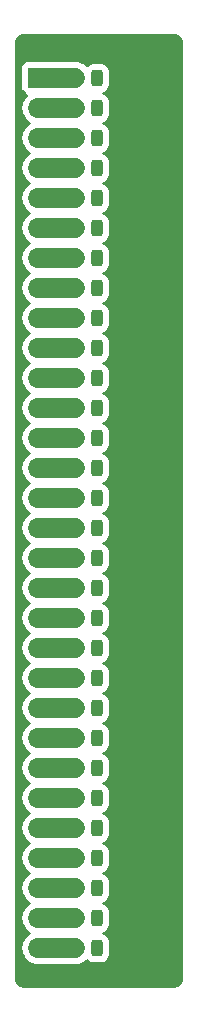
<source format=gtl>
G04 #@! TF.GenerationSoftware,KiCad,Pcbnew,7.0.6*
G04 #@! TF.CreationDate,2024-04-20T21:55:13+01:00*
G04 #@! TF.ProjectId,BreadboardIndicator,42726561-6462-46f6-9172-64496e646963,rev?*
G04 #@! TF.SameCoordinates,Original*
G04 #@! TF.FileFunction,Copper,L1,Top*
G04 #@! TF.FilePolarity,Positive*
%FSLAX46Y46*%
G04 Gerber Fmt 4.6, Leading zero omitted, Abs format (unit mm)*
G04 Created by KiCad (PCBNEW 7.0.6) date 2024-04-20 21:55:13*
%MOMM*%
%LPD*%
G01*
G04 APERTURE LIST*
G04 Aperture macros list*
%AMRoundRect*
0 Rectangle with rounded corners*
0 $1 Rounding radius*
0 $2 $3 $4 $5 $6 $7 $8 $9 X,Y pos of 4 corners*
0 Add a 4 corners polygon primitive as box body*
4,1,4,$2,$3,$4,$5,$6,$7,$8,$9,$2,$3,0*
0 Add four circle primitives for the rounded corners*
1,1,$1+$1,$2,$3*
1,1,$1+$1,$4,$5*
1,1,$1+$1,$6,$7*
1,1,$1+$1,$8,$9*
0 Add four rect primitives between the rounded corners*
20,1,$1+$1,$2,$3,$4,$5,0*
20,1,$1+$1,$4,$5,$6,$7,0*
20,1,$1+$1,$6,$7,$8,$9,0*
20,1,$1+$1,$8,$9,$2,$3,0*%
G04 Aperture macros list end*
G04 #@! TA.AperFunction,SMDPad,CuDef*
%ADD10RoundRect,0.243750X0.243750X0.456250X-0.243750X0.456250X-0.243750X-0.456250X0.243750X-0.456250X0*%
G04 #@! TD*
G04 #@! TA.AperFunction,ComponentPad*
%ADD11R,1.700000X1.700000*%
G04 #@! TD*
G04 #@! TA.AperFunction,ComponentPad*
%ADD12O,1.700000X1.700000*%
G04 #@! TD*
G04 #@! TA.AperFunction,ViaPad*
%ADD13C,0.500000*%
G04 #@! TD*
G04 #@! TA.AperFunction,Conductor*
%ADD14C,1.700000*%
G04 #@! TD*
G04 APERTURE END LIST*
D10*
X105000000Y-143660000D03*
X103125000Y-143660000D03*
X105000000Y-141120000D03*
X103125000Y-141120000D03*
X105000000Y-138580000D03*
X103125000Y-138580000D03*
X105000000Y-136040000D03*
X103125000Y-136040000D03*
X105000000Y-133500000D03*
X103125000Y-133500000D03*
X105000000Y-130960000D03*
X103125000Y-130960000D03*
X105000000Y-128420000D03*
X103125000Y-128420000D03*
X105000000Y-125880000D03*
X103125000Y-125880000D03*
X105000000Y-123340000D03*
X103125000Y-123340000D03*
X105000000Y-120800000D03*
X103125000Y-120800000D03*
X105000000Y-118260000D03*
X103125000Y-118260000D03*
X105000000Y-115720000D03*
X103125000Y-115720000D03*
X105000000Y-113180000D03*
X103125000Y-113180000D03*
X105000000Y-110640000D03*
X103125000Y-110640000D03*
X105000000Y-108100000D03*
X103125000Y-108100000D03*
X105000000Y-105560000D03*
X103125000Y-105560000D03*
X105000000Y-103020000D03*
X103125000Y-103020000D03*
X105000000Y-100480000D03*
X103125000Y-100480000D03*
X105000000Y-97940000D03*
X103125000Y-97940000D03*
X105000000Y-95400000D03*
X103125000Y-95400000D03*
X105000000Y-92860000D03*
X103125000Y-92860000D03*
X105000000Y-90320000D03*
X103125000Y-90320000D03*
X105000000Y-87780000D03*
X103125000Y-87780000D03*
X105000000Y-85240000D03*
X103125000Y-85240000D03*
X105000000Y-82700000D03*
X103125000Y-82700000D03*
X105000000Y-80160000D03*
X103125000Y-80160000D03*
X105000000Y-77620000D03*
X103125000Y-77620000D03*
X105000000Y-75080000D03*
X103125000Y-75080000D03*
X103125000Y-72540000D03*
X105000000Y-72540000D03*
X103125000Y-70000000D03*
X105000000Y-70000000D03*
D11*
X110160000Y-70000000D03*
D12*
X110160000Y-72540000D03*
X110160000Y-75080000D03*
X110160000Y-77620000D03*
X110160000Y-80160000D03*
X110160000Y-82700000D03*
X110160000Y-85240000D03*
X110160000Y-87780000D03*
X110160000Y-90320000D03*
X110160000Y-92860000D03*
X110160000Y-95400000D03*
X110160000Y-97940000D03*
X110160000Y-100480000D03*
X110160000Y-103020000D03*
X110160000Y-105560000D03*
X110160000Y-108100000D03*
X110160000Y-110640000D03*
X110160000Y-113180000D03*
X110160000Y-115720000D03*
X110160000Y-118260000D03*
X110160000Y-120800000D03*
X110160000Y-123340000D03*
X110160000Y-125880000D03*
X110160000Y-128420000D03*
X110160000Y-130960000D03*
X110160000Y-133500000D03*
X110160000Y-136040000D03*
X110160000Y-138580000D03*
X110160000Y-141120000D03*
X110160000Y-143660000D03*
D11*
X100000000Y-70000000D03*
D12*
X100000000Y-72540000D03*
X100000000Y-75080000D03*
X100000000Y-77620000D03*
X100000000Y-80160000D03*
X100000000Y-82700000D03*
X100000000Y-85240000D03*
X100000000Y-87780000D03*
X100000000Y-90320000D03*
X100000000Y-92860000D03*
X100000000Y-95400000D03*
X100000000Y-97940000D03*
X100000000Y-100480000D03*
X100000000Y-103020000D03*
X100000000Y-105560000D03*
X100000000Y-108100000D03*
X100000000Y-110640000D03*
X100000000Y-113180000D03*
X100000000Y-115720000D03*
X100000000Y-118260000D03*
X100000000Y-120800000D03*
X100000000Y-123340000D03*
X100000000Y-125880000D03*
X100000000Y-128420000D03*
X100000000Y-130960000D03*
X100000000Y-133500000D03*
X100000000Y-136040000D03*
X100000000Y-138580000D03*
X100000000Y-141120000D03*
X100000000Y-143660000D03*
D13*
X98708000Y-71280000D03*
X98708000Y-73820000D03*
X98708000Y-76360000D03*
X98708000Y-78900000D03*
X98708000Y-81440000D03*
X98708000Y-83980000D03*
X98708000Y-86520000D03*
X98708000Y-89060000D03*
X98708000Y-144940000D03*
X98708000Y-142400000D03*
X98708000Y-139860000D03*
X98708000Y-137320000D03*
X98708000Y-134780000D03*
X98708000Y-132240000D03*
X98708000Y-129700000D03*
X98708000Y-127160000D03*
X98708000Y-124620000D03*
X98708000Y-122080000D03*
X98708000Y-119540000D03*
X98708000Y-117000000D03*
X98708000Y-114460000D03*
X98708000Y-111920000D03*
X98708000Y-109380000D03*
X98708000Y-106840000D03*
X98708000Y-104300000D03*
X98708000Y-101760000D03*
X98708000Y-99220000D03*
X98708000Y-96680000D03*
X98708000Y-91600000D03*
X98708000Y-94140000D03*
X107950000Y-144940000D03*
X107950000Y-142400000D03*
X107950000Y-139860000D03*
X107950000Y-137320000D03*
X107950000Y-134780000D03*
X107950000Y-132240000D03*
X107950000Y-129700000D03*
X107950000Y-127160000D03*
X107950000Y-124620000D03*
X107950000Y-122080000D03*
X107950000Y-119540000D03*
X107950000Y-117000000D03*
X107950000Y-114460000D03*
X107950000Y-111920000D03*
X107950000Y-109380000D03*
X107950000Y-106840000D03*
X107950000Y-104300000D03*
X107950000Y-101760000D03*
X107950000Y-99220000D03*
X107950000Y-96680000D03*
X107950000Y-94140000D03*
X107950000Y-91600000D03*
X107950000Y-89060000D03*
X107950000Y-86520000D03*
X107950000Y-83980000D03*
X107950000Y-81440000D03*
X107950000Y-78900000D03*
X107950000Y-76360000D03*
X107950000Y-73820000D03*
X107950000Y-71280000D03*
X111000000Y-68000000D03*
X110000000Y-68000000D03*
X109000000Y-68000000D03*
X108000000Y-68000000D03*
X107000000Y-68000000D03*
X106000000Y-68000000D03*
X105000000Y-68000000D03*
X104000000Y-68000000D03*
X103000000Y-68000000D03*
X102000000Y-68000000D03*
X101000000Y-68000000D03*
X100000000Y-68000000D03*
X99000000Y-68000000D03*
X111000000Y-146000000D03*
X110000000Y-146000000D03*
X109000000Y-146000000D03*
X108000000Y-146000000D03*
X107000000Y-146000000D03*
X106000000Y-146000000D03*
X105000000Y-146000000D03*
X104000000Y-146000000D03*
X103000000Y-146000000D03*
X102000000Y-146000000D03*
X101000000Y-146000000D03*
X100000000Y-146000000D03*
X99000000Y-146000000D03*
X105000000Y-143660000D03*
X105000000Y-141120000D03*
X105000000Y-138580000D03*
X105000000Y-136040000D03*
X105000000Y-133500000D03*
X105000000Y-130960000D03*
X105000000Y-128420000D03*
X105000000Y-125880000D03*
X105000000Y-123340000D03*
X105000000Y-120800000D03*
X105000000Y-118260000D03*
X105000000Y-115720000D03*
X105000000Y-113180000D03*
X105000000Y-110640000D03*
X105000000Y-108100000D03*
X105000000Y-105560000D03*
X105000000Y-103020000D03*
X105000000Y-100480000D03*
X105000000Y-97940000D03*
X105000000Y-95400000D03*
X105000000Y-92860000D03*
X105000000Y-90320000D03*
X105000000Y-87780000D03*
X105000000Y-85240000D03*
X105000000Y-82700000D03*
X105000000Y-80160000D03*
X105000000Y-77620000D03*
X105000000Y-75080000D03*
X105000000Y-72540000D03*
X105000000Y-70000000D03*
D14*
X100000000Y-143660000D02*
X103125000Y-143660000D01*
X103125000Y-141120000D02*
X100000000Y-141120000D01*
X100000000Y-138580000D02*
X103125000Y-138580000D01*
X103125000Y-136040000D02*
X100000000Y-136040000D01*
X100000000Y-133500000D02*
X103125000Y-133500000D01*
X100000000Y-130960000D02*
X103125000Y-130960000D01*
X100000000Y-128420000D02*
X103125000Y-128420000D01*
X103125000Y-125880000D02*
X100000000Y-125880000D01*
X100000000Y-123340000D02*
X103125000Y-123340000D01*
X103125000Y-120800000D02*
X100000000Y-120800000D01*
X100000000Y-118260000D02*
X103125000Y-118260000D01*
X103125000Y-115720000D02*
X100000000Y-115720000D01*
X100000000Y-113180000D02*
X103125000Y-113180000D01*
X100000000Y-110640000D02*
X103125000Y-110640000D01*
X100000000Y-108100000D02*
X103125000Y-108100000D01*
X103125000Y-105560000D02*
X100000000Y-105560000D01*
X100000000Y-103020000D02*
X103125000Y-103020000D01*
X103125000Y-100480000D02*
X100000000Y-100480000D01*
X100000000Y-97940000D02*
X103125000Y-97940000D01*
X103125000Y-95400000D02*
X100000000Y-95400000D01*
X100000000Y-92860000D02*
X103125000Y-92860000D01*
X100000000Y-90320000D02*
X103125000Y-90320000D01*
X100000000Y-87780000D02*
X103125000Y-87780000D01*
X103125000Y-85240000D02*
X100000000Y-85240000D01*
X100000000Y-82700000D02*
X103125000Y-82700000D01*
X100000000Y-80160000D02*
X103125000Y-80160000D01*
X100000000Y-77620000D02*
X103125000Y-77620000D01*
X100000000Y-75080000D02*
X103125000Y-75080000D01*
X100000000Y-72540000D02*
X103125000Y-72540000D01*
X100000000Y-70000000D02*
X103125000Y-70000000D01*
G04 #@! TA.AperFunction,Conductor*
G36*
X111503034Y-66250799D02*
G01*
X111507647Y-66251253D01*
X111535271Y-66253973D01*
X111643209Y-66266135D01*
X111665317Y-66270694D01*
X111717732Y-66286594D01*
X111795211Y-66313705D01*
X111812696Y-66321383D01*
X111865141Y-66349415D01*
X111868892Y-66351593D01*
X111937151Y-66394483D01*
X111943503Y-66399057D01*
X111994371Y-66440802D01*
X111998872Y-66444881D01*
X112055116Y-66501125D01*
X112059196Y-66505627D01*
X112100941Y-66556495D01*
X112105515Y-66562847D01*
X112148405Y-66631106D01*
X112150588Y-66634866D01*
X112178614Y-66687299D01*
X112186297Y-66704797D01*
X112206464Y-66762428D01*
X112213405Y-66782266D01*
X112213406Y-66782267D01*
X112229304Y-66834682D01*
X112233863Y-66856791D01*
X112246028Y-66964748D01*
X112249201Y-66996967D01*
X112249500Y-67003049D01*
X112249500Y-146246950D01*
X112249201Y-146253032D01*
X112246028Y-146285251D01*
X112233863Y-146393207D01*
X112229305Y-146415315D01*
X112213406Y-146467732D01*
X112186297Y-146545201D01*
X112178614Y-146562699D01*
X112150588Y-146615132D01*
X112148405Y-146618892D01*
X112105515Y-146687151D01*
X112100941Y-146693503D01*
X112059196Y-146744371D01*
X112055107Y-146748883D01*
X111998883Y-146805107D01*
X111994371Y-146809196D01*
X111943503Y-146850941D01*
X111937151Y-146855515D01*
X111868892Y-146898405D01*
X111865132Y-146900588D01*
X111812699Y-146928614D01*
X111795201Y-146936297D01*
X111717732Y-146963406D01*
X111665315Y-146979305D01*
X111643207Y-146983863D01*
X111535252Y-146996028D01*
X111503033Y-146999201D01*
X111496951Y-146999500D01*
X98753049Y-146999500D01*
X98746967Y-146999201D01*
X98714748Y-146996028D01*
X98606791Y-146983863D01*
X98584682Y-146979304D01*
X98532273Y-146963407D01*
X98512428Y-146956464D01*
X98454797Y-146936297D01*
X98437299Y-146928614D01*
X98384866Y-146900588D01*
X98381106Y-146898405D01*
X98312847Y-146855515D01*
X98306495Y-146850941D01*
X98255627Y-146809196D01*
X98251125Y-146805116D01*
X98194881Y-146748872D01*
X98190802Y-146744371D01*
X98177708Y-146728416D01*
X98149057Y-146693503D01*
X98144483Y-146687151D01*
X98101593Y-146618892D01*
X98099410Y-146615132D01*
X98071384Y-146562699D01*
X98063705Y-146545211D01*
X98036594Y-146467732D01*
X98020694Y-146415317D01*
X98016135Y-146393206D01*
X98003972Y-146285251D01*
X98000799Y-146253032D01*
X98000500Y-146246955D01*
X98000500Y-143660000D01*
X98644341Y-143660000D01*
X98664936Y-143895403D01*
X98664938Y-143895413D01*
X98726094Y-144123655D01*
X98726096Y-144123659D01*
X98726097Y-144123663D01*
X98745772Y-144165855D01*
X98825965Y-144337830D01*
X98825967Y-144337834D01*
X98892549Y-144432922D01*
X98961505Y-144531401D01*
X99128599Y-144698495D01*
X99225384Y-144766265D01*
X99322165Y-144834032D01*
X99322167Y-144834033D01*
X99322170Y-144834035D01*
X99536337Y-144933903D01*
X99764592Y-144995063D01*
X99941034Y-145010500D01*
X99999999Y-145015659D01*
X100000000Y-145015659D01*
X100000001Y-145015659D01*
X100021786Y-145013752D01*
X100056270Y-145010735D01*
X100061673Y-145010500D01*
X103183966Y-145010500D01*
X103360408Y-144995063D01*
X103588663Y-144933903D01*
X103802829Y-144834035D01*
X103996401Y-144698495D01*
X104053504Y-144641391D01*
X104114824Y-144607908D01*
X104184516Y-144612892D01*
X104228864Y-144641393D01*
X104291496Y-144704025D01*
X104291500Y-144704028D01*
X104439566Y-144795357D01*
X104439569Y-144795358D01*
X104439575Y-144795362D01*
X104604725Y-144850087D01*
X104706652Y-144860500D01*
X104706657Y-144860500D01*
X105293343Y-144860500D01*
X105293348Y-144860500D01*
X105395275Y-144850087D01*
X105560425Y-144795362D01*
X105708503Y-144704026D01*
X105831526Y-144581003D01*
X105922862Y-144432925D01*
X105977587Y-144267775D01*
X105988000Y-144165848D01*
X105988000Y-143154152D01*
X105977587Y-143052225D01*
X105922862Y-142887075D01*
X105922858Y-142887069D01*
X105922857Y-142887066D01*
X105831528Y-142739000D01*
X105831525Y-142738996D01*
X105708503Y-142615974D01*
X105708499Y-142615971D01*
X105560433Y-142524642D01*
X105560427Y-142524639D01*
X105560425Y-142524638D01*
X105509324Y-142507705D01*
X105451881Y-142467934D01*
X105425058Y-142403418D01*
X105437373Y-142334642D01*
X105484916Y-142283442D01*
X105509322Y-142272295D01*
X105560425Y-142255362D01*
X105708503Y-142164026D01*
X105831526Y-142041003D01*
X105922862Y-141892925D01*
X105977587Y-141727775D01*
X105988000Y-141625848D01*
X105988000Y-140614152D01*
X105977587Y-140512225D01*
X105922862Y-140347075D01*
X105922858Y-140347069D01*
X105922857Y-140347066D01*
X105831528Y-140199000D01*
X105831525Y-140198996D01*
X105708503Y-140075974D01*
X105708499Y-140075971D01*
X105560433Y-139984642D01*
X105560427Y-139984639D01*
X105560425Y-139984638D01*
X105509324Y-139967705D01*
X105451881Y-139927934D01*
X105425058Y-139863418D01*
X105437373Y-139794642D01*
X105484916Y-139743442D01*
X105509322Y-139732295D01*
X105560425Y-139715362D01*
X105708503Y-139624026D01*
X105831526Y-139501003D01*
X105922862Y-139352925D01*
X105977587Y-139187775D01*
X105988000Y-139085848D01*
X105988000Y-138074152D01*
X105977587Y-137972225D01*
X105922862Y-137807075D01*
X105922858Y-137807069D01*
X105922857Y-137807066D01*
X105831528Y-137659000D01*
X105831525Y-137658996D01*
X105708503Y-137535974D01*
X105708499Y-137535971D01*
X105560433Y-137444642D01*
X105560427Y-137444639D01*
X105560425Y-137444638D01*
X105509324Y-137427705D01*
X105451881Y-137387934D01*
X105425058Y-137323418D01*
X105437373Y-137254642D01*
X105484916Y-137203442D01*
X105509322Y-137192295D01*
X105560425Y-137175362D01*
X105708503Y-137084026D01*
X105831526Y-136961003D01*
X105922862Y-136812925D01*
X105977587Y-136647775D01*
X105988000Y-136545848D01*
X105988000Y-135534152D01*
X105977587Y-135432225D01*
X105922862Y-135267075D01*
X105922858Y-135267069D01*
X105922857Y-135267066D01*
X105831528Y-135119000D01*
X105831525Y-135118996D01*
X105708503Y-134995974D01*
X105708499Y-134995971D01*
X105560433Y-134904642D01*
X105560427Y-134904639D01*
X105560425Y-134904638D01*
X105509324Y-134887705D01*
X105451881Y-134847934D01*
X105425058Y-134783418D01*
X105437373Y-134714642D01*
X105484916Y-134663442D01*
X105509322Y-134652295D01*
X105560425Y-134635362D01*
X105708503Y-134544026D01*
X105831526Y-134421003D01*
X105922862Y-134272925D01*
X105977587Y-134107775D01*
X105988000Y-134005848D01*
X105988000Y-132994152D01*
X105977587Y-132892225D01*
X105922862Y-132727075D01*
X105922858Y-132727069D01*
X105922857Y-132727066D01*
X105831528Y-132579000D01*
X105831525Y-132578996D01*
X105708503Y-132455974D01*
X105708499Y-132455971D01*
X105560433Y-132364642D01*
X105560427Y-132364639D01*
X105560425Y-132364638D01*
X105509324Y-132347705D01*
X105451881Y-132307934D01*
X105425058Y-132243418D01*
X105437373Y-132174642D01*
X105484916Y-132123442D01*
X105509322Y-132112295D01*
X105560425Y-132095362D01*
X105708503Y-132004026D01*
X105831526Y-131881003D01*
X105922862Y-131732925D01*
X105977587Y-131567775D01*
X105988000Y-131465848D01*
X105988000Y-130454152D01*
X105977587Y-130352225D01*
X105922862Y-130187075D01*
X105922858Y-130187069D01*
X105922857Y-130187066D01*
X105831528Y-130039000D01*
X105831525Y-130038996D01*
X105708503Y-129915974D01*
X105708499Y-129915971D01*
X105560433Y-129824642D01*
X105560427Y-129824639D01*
X105560425Y-129824638D01*
X105509324Y-129807705D01*
X105451881Y-129767934D01*
X105425058Y-129703418D01*
X105437373Y-129634642D01*
X105484916Y-129583442D01*
X105509322Y-129572295D01*
X105560425Y-129555362D01*
X105708503Y-129464026D01*
X105831526Y-129341003D01*
X105922862Y-129192925D01*
X105977587Y-129027775D01*
X105988000Y-128925848D01*
X105988000Y-127914152D01*
X105977587Y-127812225D01*
X105922862Y-127647075D01*
X105922858Y-127647069D01*
X105922857Y-127647066D01*
X105831528Y-127499000D01*
X105831525Y-127498996D01*
X105708503Y-127375974D01*
X105708499Y-127375971D01*
X105560433Y-127284642D01*
X105560427Y-127284639D01*
X105560425Y-127284638D01*
X105509324Y-127267705D01*
X105451881Y-127227934D01*
X105425058Y-127163418D01*
X105437373Y-127094642D01*
X105484916Y-127043442D01*
X105509322Y-127032295D01*
X105560425Y-127015362D01*
X105708503Y-126924026D01*
X105831526Y-126801003D01*
X105922862Y-126652925D01*
X105977587Y-126487775D01*
X105988000Y-126385848D01*
X105988000Y-125374152D01*
X105977587Y-125272225D01*
X105922862Y-125107075D01*
X105922858Y-125107069D01*
X105922857Y-125107066D01*
X105831528Y-124959000D01*
X105831525Y-124958996D01*
X105708503Y-124835974D01*
X105708499Y-124835971D01*
X105560433Y-124744642D01*
X105560427Y-124744639D01*
X105560425Y-124744638D01*
X105509324Y-124727705D01*
X105451881Y-124687934D01*
X105425058Y-124623418D01*
X105437373Y-124554642D01*
X105484916Y-124503442D01*
X105509322Y-124492295D01*
X105560425Y-124475362D01*
X105708503Y-124384026D01*
X105831526Y-124261003D01*
X105922862Y-124112925D01*
X105977587Y-123947775D01*
X105988000Y-123845848D01*
X105988000Y-122834152D01*
X105977587Y-122732225D01*
X105922862Y-122567075D01*
X105922858Y-122567069D01*
X105922857Y-122567066D01*
X105831528Y-122419000D01*
X105831525Y-122418996D01*
X105708503Y-122295974D01*
X105708499Y-122295971D01*
X105560433Y-122204642D01*
X105560427Y-122204639D01*
X105560425Y-122204638D01*
X105509324Y-122187705D01*
X105451881Y-122147934D01*
X105425058Y-122083418D01*
X105437373Y-122014642D01*
X105484916Y-121963442D01*
X105509322Y-121952295D01*
X105560425Y-121935362D01*
X105708503Y-121844026D01*
X105831526Y-121721003D01*
X105922862Y-121572925D01*
X105977587Y-121407775D01*
X105988000Y-121305848D01*
X105988000Y-120294152D01*
X105977587Y-120192225D01*
X105922862Y-120027075D01*
X105922858Y-120027069D01*
X105922857Y-120027066D01*
X105831528Y-119879000D01*
X105831525Y-119878996D01*
X105708503Y-119755974D01*
X105708499Y-119755971D01*
X105560433Y-119664642D01*
X105560427Y-119664639D01*
X105560425Y-119664638D01*
X105509324Y-119647705D01*
X105451881Y-119607934D01*
X105425058Y-119543418D01*
X105437373Y-119474642D01*
X105484916Y-119423442D01*
X105509322Y-119412295D01*
X105560425Y-119395362D01*
X105708503Y-119304026D01*
X105831526Y-119181003D01*
X105922862Y-119032925D01*
X105977587Y-118867775D01*
X105988000Y-118765848D01*
X105988000Y-117754152D01*
X105977587Y-117652225D01*
X105922862Y-117487075D01*
X105922858Y-117487069D01*
X105922857Y-117487066D01*
X105831528Y-117339000D01*
X105831525Y-117338996D01*
X105708503Y-117215974D01*
X105708499Y-117215971D01*
X105560433Y-117124642D01*
X105560427Y-117124639D01*
X105560425Y-117124638D01*
X105509324Y-117107705D01*
X105451881Y-117067934D01*
X105425058Y-117003418D01*
X105437373Y-116934642D01*
X105484916Y-116883442D01*
X105509322Y-116872295D01*
X105560425Y-116855362D01*
X105708503Y-116764026D01*
X105831526Y-116641003D01*
X105922862Y-116492925D01*
X105977587Y-116327775D01*
X105988000Y-116225848D01*
X105988000Y-115214152D01*
X105977587Y-115112225D01*
X105922862Y-114947075D01*
X105922858Y-114947069D01*
X105922857Y-114947066D01*
X105831528Y-114799000D01*
X105831525Y-114798996D01*
X105708503Y-114675974D01*
X105708499Y-114675971D01*
X105560433Y-114584642D01*
X105560427Y-114584639D01*
X105560425Y-114584638D01*
X105509324Y-114567705D01*
X105451881Y-114527934D01*
X105425058Y-114463418D01*
X105437373Y-114394642D01*
X105484916Y-114343442D01*
X105509322Y-114332295D01*
X105560425Y-114315362D01*
X105708503Y-114224026D01*
X105831526Y-114101003D01*
X105922862Y-113952925D01*
X105977587Y-113787775D01*
X105988000Y-113685848D01*
X105988000Y-112674152D01*
X105977587Y-112572225D01*
X105922862Y-112407075D01*
X105922858Y-112407069D01*
X105922857Y-112407066D01*
X105831528Y-112259000D01*
X105831525Y-112258996D01*
X105708503Y-112135974D01*
X105708499Y-112135971D01*
X105560433Y-112044642D01*
X105560427Y-112044639D01*
X105560425Y-112044638D01*
X105509324Y-112027705D01*
X105451881Y-111987934D01*
X105425058Y-111923418D01*
X105437373Y-111854642D01*
X105484916Y-111803442D01*
X105509322Y-111792295D01*
X105560425Y-111775362D01*
X105708503Y-111684026D01*
X105831526Y-111561003D01*
X105922862Y-111412925D01*
X105977587Y-111247775D01*
X105988000Y-111145848D01*
X105988000Y-110134152D01*
X105977587Y-110032225D01*
X105922862Y-109867075D01*
X105922858Y-109867069D01*
X105922857Y-109867066D01*
X105831528Y-109719000D01*
X105831525Y-109718996D01*
X105708503Y-109595974D01*
X105708499Y-109595971D01*
X105560433Y-109504642D01*
X105560427Y-109504639D01*
X105560425Y-109504638D01*
X105509324Y-109487705D01*
X105451881Y-109447934D01*
X105425058Y-109383418D01*
X105437373Y-109314642D01*
X105484916Y-109263442D01*
X105509322Y-109252295D01*
X105560425Y-109235362D01*
X105708503Y-109144026D01*
X105831526Y-109021003D01*
X105922862Y-108872925D01*
X105977587Y-108707775D01*
X105988000Y-108605848D01*
X105988000Y-107594152D01*
X105977587Y-107492225D01*
X105922862Y-107327075D01*
X105922858Y-107327069D01*
X105922857Y-107327066D01*
X105831528Y-107179000D01*
X105831525Y-107178996D01*
X105708503Y-107055974D01*
X105708499Y-107055971D01*
X105560433Y-106964642D01*
X105560427Y-106964639D01*
X105560425Y-106964638D01*
X105509324Y-106947705D01*
X105451881Y-106907934D01*
X105425058Y-106843418D01*
X105437373Y-106774642D01*
X105484916Y-106723442D01*
X105509322Y-106712295D01*
X105560425Y-106695362D01*
X105708503Y-106604026D01*
X105831526Y-106481003D01*
X105922862Y-106332925D01*
X105977587Y-106167775D01*
X105988000Y-106065848D01*
X105988000Y-105054152D01*
X105977587Y-104952225D01*
X105922862Y-104787075D01*
X105922858Y-104787069D01*
X105922857Y-104787066D01*
X105831528Y-104639000D01*
X105831525Y-104638996D01*
X105708503Y-104515974D01*
X105708499Y-104515971D01*
X105560433Y-104424642D01*
X105560427Y-104424639D01*
X105560425Y-104424638D01*
X105509324Y-104407705D01*
X105451881Y-104367934D01*
X105425058Y-104303418D01*
X105437373Y-104234642D01*
X105484916Y-104183442D01*
X105509322Y-104172295D01*
X105560425Y-104155362D01*
X105708503Y-104064026D01*
X105831526Y-103941003D01*
X105922862Y-103792925D01*
X105977587Y-103627775D01*
X105988000Y-103525848D01*
X105988000Y-102514152D01*
X105977587Y-102412225D01*
X105922862Y-102247075D01*
X105922858Y-102247069D01*
X105922857Y-102247066D01*
X105831528Y-102099000D01*
X105831525Y-102098996D01*
X105708503Y-101975974D01*
X105708499Y-101975971D01*
X105560433Y-101884642D01*
X105560427Y-101884639D01*
X105560425Y-101884638D01*
X105509324Y-101867705D01*
X105451881Y-101827934D01*
X105425058Y-101763418D01*
X105437373Y-101694642D01*
X105484916Y-101643442D01*
X105509322Y-101632295D01*
X105560425Y-101615362D01*
X105708503Y-101524026D01*
X105831526Y-101401003D01*
X105922862Y-101252925D01*
X105977587Y-101087775D01*
X105988000Y-100985848D01*
X105988000Y-99974152D01*
X105977587Y-99872225D01*
X105922862Y-99707075D01*
X105922858Y-99707069D01*
X105922857Y-99707066D01*
X105831528Y-99559000D01*
X105831525Y-99558996D01*
X105708503Y-99435974D01*
X105708499Y-99435971D01*
X105560433Y-99344642D01*
X105560427Y-99344639D01*
X105560425Y-99344638D01*
X105509324Y-99327705D01*
X105451881Y-99287934D01*
X105425058Y-99223418D01*
X105437373Y-99154642D01*
X105484916Y-99103442D01*
X105509322Y-99092295D01*
X105560425Y-99075362D01*
X105708503Y-98984026D01*
X105831526Y-98861003D01*
X105922862Y-98712925D01*
X105977587Y-98547775D01*
X105988000Y-98445848D01*
X105988000Y-97434152D01*
X105977587Y-97332225D01*
X105922862Y-97167075D01*
X105922858Y-97167069D01*
X105922857Y-97167066D01*
X105831528Y-97019000D01*
X105831525Y-97018996D01*
X105708503Y-96895974D01*
X105708499Y-96895971D01*
X105560433Y-96804642D01*
X105560427Y-96804639D01*
X105560425Y-96804638D01*
X105509324Y-96787705D01*
X105451881Y-96747934D01*
X105425058Y-96683418D01*
X105437373Y-96614642D01*
X105484916Y-96563442D01*
X105509322Y-96552295D01*
X105560425Y-96535362D01*
X105708503Y-96444026D01*
X105831526Y-96321003D01*
X105922862Y-96172925D01*
X105977587Y-96007775D01*
X105988000Y-95905848D01*
X105988000Y-94894152D01*
X105977587Y-94792225D01*
X105922862Y-94627075D01*
X105922858Y-94627069D01*
X105922857Y-94627066D01*
X105831528Y-94479000D01*
X105831525Y-94478996D01*
X105708503Y-94355974D01*
X105708499Y-94355971D01*
X105560433Y-94264642D01*
X105560427Y-94264639D01*
X105560425Y-94264638D01*
X105509324Y-94247705D01*
X105451881Y-94207934D01*
X105425058Y-94143418D01*
X105437373Y-94074642D01*
X105484916Y-94023442D01*
X105509322Y-94012295D01*
X105560425Y-93995362D01*
X105708503Y-93904026D01*
X105831526Y-93781003D01*
X105922862Y-93632925D01*
X105977587Y-93467775D01*
X105988000Y-93365848D01*
X105988000Y-92354152D01*
X105977587Y-92252225D01*
X105922862Y-92087075D01*
X105922858Y-92087069D01*
X105922857Y-92087066D01*
X105831528Y-91939000D01*
X105831525Y-91938996D01*
X105708503Y-91815974D01*
X105708499Y-91815971D01*
X105560433Y-91724642D01*
X105560427Y-91724639D01*
X105560425Y-91724638D01*
X105509324Y-91707705D01*
X105451881Y-91667934D01*
X105425058Y-91603418D01*
X105437373Y-91534642D01*
X105484916Y-91483442D01*
X105509322Y-91472295D01*
X105560425Y-91455362D01*
X105708503Y-91364026D01*
X105831526Y-91241003D01*
X105922862Y-91092925D01*
X105977587Y-90927775D01*
X105988000Y-90825848D01*
X105988000Y-89814152D01*
X105977587Y-89712225D01*
X105922862Y-89547075D01*
X105922858Y-89547069D01*
X105922857Y-89547066D01*
X105831528Y-89399000D01*
X105831525Y-89398996D01*
X105708503Y-89275974D01*
X105708499Y-89275971D01*
X105560433Y-89184642D01*
X105560427Y-89184639D01*
X105560425Y-89184638D01*
X105509324Y-89167705D01*
X105451881Y-89127934D01*
X105425058Y-89063418D01*
X105437373Y-88994642D01*
X105484916Y-88943442D01*
X105509322Y-88932295D01*
X105560425Y-88915362D01*
X105708503Y-88824026D01*
X105831526Y-88701003D01*
X105922862Y-88552925D01*
X105977587Y-88387775D01*
X105988000Y-88285848D01*
X105988000Y-87274152D01*
X105977587Y-87172225D01*
X105922862Y-87007075D01*
X105922858Y-87007069D01*
X105922857Y-87007066D01*
X105831528Y-86859000D01*
X105831525Y-86858996D01*
X105708503Y-86735974D01*
X105708499Y-86735971D01*
X105560433Y-86644642D01*
X105560427Y-86644639D01*
X105560425Y-86644638D01*
X105509324Y-86627705D01*
X105451881Y-86587934D01*
X105425058Y-86523418D01*
X105437373Y-86454642D01*
X105484916Y-86403442D01*
X105509322Y-86392295D01*
X105560425Y-86375362D01*
X105708503Y-86284026D01*
X105831526Y-86161003D01*
X105922862Y-86012925D01*
X105977587Y-85847775D01*
X105988000Y-85745848D01*
X105988000Y-84734152D01*
X105977587Y-84632225D01*
X105922862Y-84467075D01*
X105922858Y-84467069D01*
X105922857Y-84467066D01*
X105831528Y-84319000D01*
X105831525Y-84318996D01*
X105708503Y-84195974D01*
X105708499Y-84195971D01*
X105560433Y-84104642D01*
X105560427Y-84104639D01*
X105560425Y-84104638D01*
X105509324Y-84087705D01*
X105451881Y-84047934D01*
X105425058Y-83983418D01*
X105437373Y-83914642D01*
X105484916Y-83863442D01*
X105509322Y-83852295D01*
X105560425Y-83835362D01*
X105708503Y-83744026D01*
X105831526Y-83621003D01*
X105922862Y-83472925D01*
X105977587Y-83307775D01*
X105988000Y-83205848D01*
X105988000Y-82194152D01*
X105977587Y-82092225D01*
X105922862Y-81927075D01*
X105922858Y-81927069D01*
X105922857Y-81927066D01*
X105831528Y-81779000D01*
X105831525Y-81778996D01*
X105708503Y-81655974D01*
X105708499Y-81655971D01*
X105560433Y-81564642D01*
X105560427Y-81564639D01*
X105560425Y-81564638D01*
X105509324Y-81547705D01*
X105451881Y-81507934D01*
X105425058Y-81443418D01*
X105437373Y-81374642D01*
X105484916Y-81323442D01*
X105509322Y-81312295D01*
X105560425Y-81295362D01*
X105708503Y-81204026D01*
X105831526Y-81081003D01*
X105922862Y-80932925D01*
X105977587Y-80767775D01*
X105988000Y-80665848D01*
X105988000Y-79654152D01*
X105977587Y-79552225D01*
X105922862Y-79387075D01*
X105922858Y-79387069D01*
X105922857Y-79387066D01*
X105831528Y-79239000D01*
X105831525Y-79238996D01*
X105708503Y-79115974D01*
X105708499Y-79115971D01*
X105560433Y-79024642D01*
X105560427Y-79024639D01*
X105560425Y-79024638D01*
X105509324Y-79007705D01*
X105451881Y-78967934D01*
X105425058Y-78903418D01*
X105437373Y-78834642D01*
X105484916Y-78783442D01*
X105509322Y-78772295D01*
X105560425Y-78755362D01*
X105708503Y-78664026D01*
X105831526Y-78541003D01*
X105922862Y-78392925D01*
X105977587Y-78227775D01*
X105988000Y-78125848D01*
X105988000Y-77114152D01*
X105977587Y-77012225D01*
X105922862Y-76847075D01*
X105922858Y-76847069D01*
X105922857Y-76847066D01*
X105831528Y-76699000D01*
X105831525Y-76698996D01*
X105708503Y-76575974D01*
X105708499Y-76575971D01*
X105560433Y-76484642D01*
X105560427Y-76484639D01*
X105560425Y-76484638D01*
X105509324Y-76467705D01*
X105451881Y-76427934D01*
X105425058Y-76363418D01*
X105437373Y-76294642D01*
X105484916Y-76243442D01*
X105509322Y-76232295D01*
X105560425Y-76215362D01*
X105708503Y-76124026D01*
X105831526Y-76001003D01*
X105922862Y-75852925D01*
X105977587Y-75687775D01*
X105988000Y-75585848D01*
X105988000Y-74574152D01*
X105977587Y-74472225D01*
X105922862Y-74307075D01*
X105922858Y-74307069D01*
X105922857Y-74307066D01*
X105831528Y-74159000D01*
X105831525Y-74158996D01*
X105708503Y-74035974D01*
X105708499Y-74035971D01*
X105560433Y-73944642D01*
X105560427Y-73944639D01*
X105560425Y-73944638D01*
X105509324Y-73927705D01*
X105451881Y-73887934D01*
X105425058Y-73823418D01*
X105437373Y-73754642D01*
X105484916Y-73703442D01*
X105509322Y-73692295D01*
X105560425Y-73675362D01*
X105708503Y-73584026D01*
X105831526Y-73461003D01*
X105922862Y-73312925D01*
X105977587Y-73147775D01*
X105988000Y-73045848D01*
X105988000Y-72034152D01*
X105977587Y-71932225D01*
X105922862Y-71767075D01*
X105922858Y-71767069D01*
X105922857Y-71767066D01*
X105831528Y-71619000D01*
X105831525Y-71618996D01*
X105708503Y-71495974D01*
X105708499Y-71495971D01*
X105560433Y-71404642D01*
X105560427Y-71404639D01*
X105560425Y-71404638D01*
X105509324Y-71387705D01*
X105451881Y-71347934D01*
X105425058Y-71283418D01*
X105437373Y-71214642D01*
X105484916Y-71163442D01*
X105509322Y-71152295D01*
X105560425Y-71135362D01*
X105708503Y-71044026D01*
X105831526Y-70921003D01*
X105922862Y-70772925D01*
X105977587Y-70607775D01*
X105988000Y-70505848D01*
X105988000Y-69494152D01*
X105977587Y-69392225D01*
X105922862Y-69227075D01*
X105922858Y-69227069D01*
X105922857Y-69227066D01*
X105831528Y-69079000D01*
X105831525Y-69078996D01*
X105708503Y-68955974D01*
X105708499Y-68955971D01*
X105560433Y-68864642D01*
X105560427Y-68864639D01*
X105560425Y-68864638D01*
X105560422Y-68864637D01*
X105395276Y-68809913D01*
X105293355Y-68799500D01*
X105293348Y-68799500D01*
X104706652Y-68799500D01*
X104706644Y-68799500D01*
X104604723Y-68809913D01*
X104439577Y-68864637D01*
X104439566Y-68864642D01*
X104291500Y-68955971D01*
X104228863Y-69018607D01*
X104167539Y-69052091D01*
X104097848Y-69047105D01*
X104053502Y-69018605D01*
X103996402Y-68961505D01*
X103802830Y-68825965D01*
X103802828Y-68825964D01*
X103695746Y-68776030D01*
X103588663Y-68726097D01*
X103588659Y-68726096D01*
X103588655Y-68726094D01*
X103360413Y-68664938D01*
X103360403Y-68664936D01*
X103183966Y-68649500D01*
X99941034Y-68649500D01*
X99941027Y-68649500D01*
X99102129Y-68649500D01*
X99102123Y-68649501D01*
X99042516Y-68655908D01*
X98907671Y-68706202D01*
X98907664Y-68706206D01*
X98792455Y-68792452D01*
X98792452Y-68792455D01*
X98706206Y-68907664D01*
X98706202Y-68907671D01*
X98655908Y-69042517D01*
X98649501Y-69102116D01*
X98649500Y-69102135D01*
X98649500Y-69938322D01*
X98649264Y-69943728D01*
X98644341Y-69999998D01*
X98644341Y-70000001D01*
X98649264Y-70056271D01*
X98649500Y-70061677D01*
X98649500Y-70897870D01*
X98649501Y-70897876D01*
X98655908Y-70957483D01*
X98706202Y-71092328D01*
X98706206Y-71092335D01*
X98792452Y-71207544D01*
X98792455Y-71207547D01*
X98907664Y-71293793D01*
X98907671Y-71293797D01*
X99039082Y-71342810D01*
X99095016Y-71384681D01*
X99119433Y-71450145D01*
X99104582Y-71518418D01*
X99083431Y-71546673D01*
X98961501Y-71668603D01*
X98961501Y-71668604D01*
X98825967Y-71862165D01*
X98825965Y-71862169D01*
X98793298Y-71932225D01*
X98726098Y-72076335D01*
X98726094Y-72076344D01*
X98664938Y-72304586D01*
X98664936Y-72304596D01*
X98644341Y-72539999D01*
X98644341Y-72540000D01*
X98664936Y-72775403D01*
X98664938Y-72775413D01*
X98726094Y-73003655D01*
X98726096Y-73003659D01*
X98726097Y-73003663D01*
X98745772Y-73045855D01*
X98825965Y-73217830D01*
X98825967Y-73217834D01*
X98961501Y-73411395D01*
X98961506Y-73411402D01*
X99128597Y-73578493D01*
X99128603Y-73578498D01*
X99314158Y-73708425D01*
X99357783Y-73763002D01*
X99364977Y-73832500D01*
X99333454Y-73894855D01*
X99314158Y-73911575D01*
X99128597Y-74041505D01*
X98961506Y-74208597D01*
X98961501Y-74208604D01*
X98825967Y-74402165D01*
X98825965Y-74402169D01*
X98793298Y-74472225D01*
X98726098Y-74616335D01*
X98726094Y-74616344D01*
X98664938Y-74844586D01*
X98664936Y-74844596D01*
X98644341Y-75079999D01*
X98644341Y-75080000D01*
X98664936Y-75315403D01*
X98664938Y-75315413D01*
X98726094Y-75543655D01*
X98726096Y-75543659D01*
X98726097Y-75543663D01*
X98745772Y-75585855D01*
X98825965Y-75757830D01*
X98825967Y-75757834D01*
X98961501Y-75951395D01*
X98961506Y-75951402D01*
X99128597Y-76118493D01*
X99128603Y-76118498D01*
X99314158Y-76248425D01*
X99357783Y-76303002D01*
X99364977Y-76372500D01*
X99333454Y-76434855D01*
X99314158Y-76451575D01*
X99128597Y-76581505D01*
X98961506Y-76748597D01*
X98961501Y-76748604D01*
X98825967Y-76942165D01*
X98825965Y-76942169D01*
X98793298Y-77012225D01*
X98726098Y-77156335D01*
X98726094Y-77156344D01*
X98664938Y-77384586D01*
X98664936Y-77384596D01*
X98644341Y-77619999D01*
X98644341Y-77620000D01*
X98664936Y-77855403D01*
X98664938Y-77855413D01*
X98726094Y-78083655D01*
X98726096Y-78083659D01*
X98726097Y-78083663D01*
X98745772Y-78125855D01*
X98825965Y-78297830D01*
X98825967Y-78297834D01*
X98961501Y-78491395D01*
X98961506Y-78491402D01*
X99128597Y-78658493D01*
X99128603Y-78658498D01*
X99314158Y-78788425D01*
X99357783Y-78843002D01*
X99364977Y-78912500D01*
X99333454Y-78974855D01*
X99314158Y-78991575D01*
X99128597Y-79121505D01*
X98961506Y-79288597D01*
X98961501Y-79288604D01*
X98825967Y-79482165D01*
X98825965Y-79482169D01*
X98793298Y-79552225D01*
X98726098Y-79696335D01*
X98726094Y-79696344D01*
X98664938Y-79924586D01*
X98664936Y-79924596D01*
X98644341Y-80159999D01*
X98644341Y-80160000D01*
X98664936Y-80395403D01*
X98664938Y-80395413D01*
X98726094Y-80623655D01*
X98726096Y-80623659D01*
X98726097Y-80623663D01*
X98745772Y-80665855D01*
X98825965Y-80837830D01*
X98825967Y-80837834D01*
X98961501Y-81031395D01*
X98961506Y-81031402D01*
X99128597Y-81198493D01*
X99128603Y-81198498D01*
X99314158Y-81328425D01*
X99357783Y-81383002D01*
X99364977Y-81452500D01*
X99333454Y-81514855D01*
X99314158Y-81531575D01*
X99128597Y-81661505D01*
X98961506Y-81828597D01*
X98961501Y-81828604D01*
X98825967Y-82022165D01*
X98825965Y-82022169D01*
X98793298Y-82092225D01*
X98726098Y-82236335D01*
X98726094Y-82236344D01*
X98664938Y-82464586D01*
X98664936Y-82464596D01*
X98644341Y-82699999D01*
X98644341Y-82700000D01*
X98664936Y-82935403D01*
X98664938Y-82935413D01*
X98726094Y-83163655D01*
X98726096Y-83163659D01*
X98726097Y-83163663D01*
X98745772Y-83205855D01*
X98825965Y-83377830D01*
X98825967Y-83377834D01*
X98961501Y-83571395D01*
X98961506Y-83571402D01*
X99128597Y-83738493D01*
X99128603Y-83738498D01*
X99314158Y-83868425D01*
X99357783Y-83923002D01*
X99364977Y-83992500D01*
X99333454Y-84054855D01*
X99314158Y-84071575D01*
X99128597Y-84201505D01*
X98961506Y-84368597D01*
X98961501Y-84368604D01*
X98825967Y-84562165D01*
X98825965Y-84562169D01*
X98793298Y-84632225D01*
X98726098Y-84776335D01*
X98726094Y-84776344D01*
X98664938Y-85004586D01*
X98664936Y-85004596D01*
X98644341Y-85239999D01*
X98644341Y-85240000D01*
X98664936Y-85475403D01*
X98664938Y-85475413D01*
X98726094Y-85703655D01*
X98726096Y-85703659D01*
X98726097Y-85703663D01*
X98745772Y-85745855D01*
X98825965Y-85917830D01*
X98825967Y-85917834D01*
X98961501Y-86111395D01*
X98961506Y-86111402D01*
X99128597Y-86278493D01*
X99128603Y-86278498D01*
X99314158Y-86408425D01*
X99357783Y-86463002D01*
X99364977Y-86532500D01*
X99333454Y-86594855D01*
X99314158Y-86611575D01*
X99128597Y-86741505D01*
X98961506Y-86908597D01*
X98961501Y-86908604D01*
X98825967Y-87102165D01*
X98825965Y-87102169D01*
X98793298Y-87172225D01*
X98726098Y-87316335D01*
X98726094Y-87316344D01*
X98664938Y-87544586D01*
X98664936Y-87544596D01*
X98644341Y-87779999D01*
X98644341Y-87780000D01*
X98664936Y-88015403D01*
X98664938Y-88015413D01*
X98726094Y-88243655D01*
X98726096Y-88243659D01*
X98726097Y-88243663D01*
X98745772Y-88285855D01*
X98825965Y-88457830D01*
X98825967Y-88457834D01*
X98961501Y-88651395D01*
X98961506Y-88651402D01*
X99128597Y-88818493D01*
X99128603Y-88818498D01*
X99314158Y-88948425D01*
X99357783Y-89003002D01*
X99364977Y-89072500D01*
X99333454Y-89134855D01*
X99314158Y-89151575D01*
X99128597Y-89281505D01*
X98961506Y-89448597D01*
X98961501Y-89448604D01*
X98825967Y-89642165D01*
X98825965Y-89642169D01*
X98793298Y-89712225D01*
X98726098Y-89856335D01*
X98726094Y-89856344D01*
X98664938Y-90084586D01*
X98664936Y-90084596D01*
X98644341Y-90319999D01*
X98644341Y-90320000D01*
X98664936Y-90555403D01*
X98664938Y-90555413D01*
X98726094Y-90783655D01*
X98726096Y-90783659D01*
X98726097Y-90783663D01*
X98745772Y-90825855D01*
X98825965Y-90997830D01*
X98825967Y-90997834D01*
X98961501Y-91191395D01*
X98961506Y-91191402D01*
X99128597Y-91358493D01*
X99128603Y-91358498D01*
X99314158Y-91488425D01*
X99357783Y-91543002D01*
X99364977Y-91612500D01*
X99333454Y-91674855D01*
X99314158Y-91691575D01*
X99128597Y-91821505D01*
X98961506Y-91988597D01*
X98961501Y-91988604D01*
X98825967Y-92182165D01*
X98825965Y-92182169D01*
X98793298Y-92252225D01*
X98726098Y-92396335D01*
X98726094Y-92396344D01*
X98664938Y-92624586D01*
X98664936Y-92624596D01*
X98644341Y-92859999D01*
X98644341Y-92860000D01*
X98664936Y-93095403D01*
X98664938Y-93095413D01*
X98726094Y-93323655D01*
X98726096Y-93323659D01*
X98726097Y-93323663D01*
X98745772Y-93365855D01*
X98825965Y-93537830D01*
X98825967Y-93537834D01*
X98961501Y-93731395D01*
X98961506Y-93731402D01*
X99128597Y-93898493D01*
X99128603Y-93898498D01*
X99314158Y-94028425D01*
X99357783Y-94083002D01*
X99364977Y-94152500D01*
X99333454Y-94214855D01*
X99314158Y-94231575D01*
X99128597Y-94361505D01*
X98961506Y-94528597D01*
X98961501Y-94528604D01*
X98825967Y-94722165D01*
X98825965Y-94722169D01*
X98793298Y-94792225D01*
X98726098Y-94936335D01*
X98726094Y-94936344D01*
X98664938Y-95164586D01*
X98664936Y-95164596D01*
X98644341Y-95399999D01*
X98644341Y-95400000D01*
X98664936Y-95635403D01*
X98664938Y-95635413D01*
X98726094Y-95863655D01*
X98726096Y-95863659D01*
X98726097Y-95863663D01*
X98745772Y-95905855D01*
X98825965Y-96077830D01*
X98825967Y-96077834D01*
X98961501Y-96271395D01*
X98961506Y-96271402D01*
X99128597Y-96438493D01*
X99128603Y-96438498D01*
X99314158Y-96568425D01*
X99357783Y-96623002D01*
X99364977Y-96692500D01*
X99333454Y-96754855D01*
X99314158Y-96771575D01*
X99128597Y-96901505D01*
X98961506Y-97068597D01*
X98961501Y-97068604D01*
X98825967Y-97262165D01*
X98825965Y-97262169D01*
X98793298Y-97332225D01*
X98726098Y-97476335D01*
X98726094Y-97476344D01*
X98664938Y-97704586D01*
X98664936Y-97704596D01*
X98644341Y-97939999D01*
X98644341Y-97940000D01*
X98664936Y-98175403D01*
X98664938Y-98175413D01*
X98726094Y-98403655D01*
X98726096Y-98403659D01*
X98726097Y-98403663D01*
X98745772Y-98445855D01*
X98825965Y-98617830D01*
X98825967Y-98617834D01*
X98961501Y-98811395D01*
X98961506Y-98811402D01*
X99128597Y-98978493D01*
X99128603Y-98978498D01*
X99314158Y-99108425D01*
X99357783Y-99163002D01*
X99364977Y-99232500D01*
X99333454Y-99294855D01*
X99314158Y-99311575D01*
X99128597Y-99441505D01*
X98961506Y-99608597D01*
X98961501Y-99608604D01*
X98825967Y-99802165D01*
X98825965Y-99802169D01*
X98793298Y-99872225D01*
X98726098Y-100016335D01*
X98726094Y-100016344D01*
X98664938Y-100244586D01*
X98664936Y-100244596D01*
X98644341Y-100479999D01*
X98644341Y-100480000D01*
X98664936Y-100715403D01*
X98664938Y-100715413D01*
X98726094Y-100943655D01*
X98726096Y-100943659D01*
X98726097Y-100943663D01*
X98745772Y-100985855D01*
X98825965Y-101157830D01*
X98825967Y-101157834D01*
X98961501Y-101351395D01*
X98961506Y-101351402D01*
X99128597Y-101518493D01*
X99128603Y-101518498D01*
X99314158Y-101648425D01*
X99357783Y-101703002D01*
X99364977Y-101772500D01*
X99333454Y-101834855D01*
X99314158Y-101851575D01*
X99128597Y-101981505D01*
X98961506Y-102148597D01*
X98961501Y-102148604D01*
X98825967Y-102342165D01*
X98825965Y-102342169D01*
X98793298Y-102412225D01*
X98726098Y-102556335D01*
X98726094Y-102556344D01*
X98664938Y-102784586D01*
X98664936Y-102784596D01*
X98644341Y-103019999D01*
X98644341Y-103020000D01*
X98664936Y-103255403D01*
X98664938Y-103255413D01*
X98726094Y-103483655D01*
X98726096Y-103483659D01*
X98726097Y-103483663D01*
X98745772Y-103525855D01*
X98825965Y-103697830D01*
X98825967Y-103697834D01*
X98961501Y-103891395D01*
X98961506Y-103891402D01*
X99128597Y-104058493D01*
X99128603Y-104058498D01*
X99314158Y-104188425D01*
X99357783Y-104243002D01*
X99364977Y-104312500D01*
X99333454Y-104374855D01*
X99314158Y-104391575D01*
X99128597Y-104521505D01*
X98961506Y-104688597D01*
X98961501Y-104688604D01*
X98825967Y-104882165D01*
X98825965Y-104882169D01*
X98793298Y-104952225D01*
X98726098Y-105096335D01*
X98726094Y-105096344D01*
X98664938Y-105324586D01*
X98664936Y-105324596D01*
X98644341Y-105559999D01*
X98644341Y-105560000D01*
X98664936Y-105795403D01*
X98664938Y-105795413D01*
X98726094Y-106023655D01*
X98726096Y-106023659D01*
X98726097Y-106023663D01*
X98745772Y-106065855D01*
X98825965Y-106237830D01*
X98825967Y-106237834D01*
X98961501Y-106431395D01*
X98961506Y-106431402D01*
X99128597Y-106598493D01*
X99128603Y-106598498D01*
X99314158Y-106728425D01*
X99357783Y-106783002D01*
X99364977Y-106852500D01*
X99333454Y-106914855D01*
X99314158Y-106931575D01*
X99128597Y-107061505D01*
X98961506Y-107228597D01*
X98961501Y-107228604D01*
X98825967Y-107422165D01*
X98825965Y-107422169D01*
X98793298Y-107492225D01*
X98726098Y-107636335D01*
X98726094Y-107636344D01*
X98664938Y-107864586D01*
X98664936Y-107864596D01*
X98644341Y-108099999D01*
X98644341Y-108100000D01*
X98664936Y-108335403D01*
X98664938Y-108335413D01*
X98726094Y-108563655D01*
X98726096Y-108563659D01*
X98726097Y-108563663D01*
X98745772Y-108605855D01*
X98825965Y-108777830D01*
X98825967Y-108777834D01*
X98961501Y-108971395D01*
X98961506Y-108971402D01*
X99128597Y-109138493D01*
X99128603Y-109138498D01*
X99314158Y-109268425D01*
X99357783Y-109323002D01*
X99364977Y-109392500D01*
X99333454Y-109454855D01*
X99314158Y-109471575D01*
X99128597Y-109601505D01*
X98961506Y-109768597D01*
X98961501Y-109768604D01*
X98825967Y-109962165D01*
X98825965Y-109962169D01*
X98793298Y-110032225D01*
X98726098Y-110176335D01*
X98726094Y-110176344D01*
X98664938Y-110404586D01*
X98664936Y-110404596D01*
X98644341Y-110639999D01*
X98644341Y-110640000D01*
X98664936Y-110875403D01*
X98664938Y-110875413D01*
X98726094Y-111103655D01*
X98726096Y-111103659D01*
X98726097Y-111103663D01*
X98745772Y-111145855D01*
X98825965Y-111317830D01*
X98825967Y-111317834D01*
X98961501Y-111511395D01*
X98961506Y-111511402D01*
X99128597Y-111678493D01*
X99128603Y-111678498D01*
X99314158Y-111808425D01*
X99357783Y-111863002D01*
X99364977Y-111932500D01*
X99333454Y-111994855D01*
X99314158Y-112011575D01*
X99128597Y-112141505D01*
X98961506Y-112308597D01*
X98961501Y-112308604D01*
X98825967Y-112502165D01*
X98825965Y-112502169D01*
X98793298Y-112572225D01*
X98726098Y-112716335D01*
X98726094Y-112716344D01*
X98664938Y-112944586D01*
X98664936Y-112944596D01*
X98644341Y-113179999D01*
X98644341Y-113180000D01*
X98664936Y-113415403D01*
X98664938Y-113415413D01*
X98726094Y-113643655D01*
X98726096Y-113643659D01*
X98726097Y-113643663D01*
X98745772Y-113685855D01*
X98825965Y-113857830D01*
X98825967Y-113857834D01*
X98961501Y-114051395D01*
X98961506Y-114051402D01*
X99128597Y-114218493D01*
X99128603Y-114218498D01*
X99314158Y-114348425D01*
X99357783Y-114403002D01*
X99364977Y-114472500D01*
X99333454Y-114534855D01*
X99314158Y-114551575D01*
X99128597Y-114681505D01*
X98961506Y-114848597D01*
X98961501Y-114848604D01*
X98825967Y-115042165D01*
X98825965Y-115042169D01*
X98793298Y-115112225D01*
X98726098Y-115256335D01*
X98726094Y-115256344D01*
X98664938Y-115484586D01*
X98664936Y-115484596D01*
X98644341Y-115719999D01*
X98644341Y-115720000D01*
X98664936Y-115955403D01*
X98664938Y-115955413D01*
X98726094Y-116183655D01*
X98726096Y-116183659D01*
X98726097Y-116183663D01*
X98745772Y-116225855D01*
X98825965Y-116397830D01*
X98825967Y-116397834D01*
X98961501Y-116591395D01*
X98961506Y-116591402D01*
X99128597Y-116758493D01*
X99128603Y-116758498D01*
X99314158Y-116888425D01*
X99357783Y-116943002D01*
X99364977Y-117012500D01*
X99333454Y-117074855D01*
X99314158Y-117091575D01*
X99128597Y-117221505D01*
X98961506Y-117388597D01*
X98961501Y-117388604D01*
X98825967Y-117582165D01*
X98825965Y-117582169D01*
X98793298Y-117652225D01*
X98726098Y-117796335D01*
X98726094Y-117796344D01*
X98664938Y-118024586D01*
X98664936Y-118024596D01*
X98644341Y-118259999D01*
X98644341Y-118260000D01*
X98664936Y-118495403D01*
X98664938Y-118495413D01*
X98726094Y-118723655D01*
X98726096Y-118723659D01*
X98726097Y-118723663D01*
X98745772Y-118765855D01*
X98825965Y-118937830D01*
X98825967Y-118937834D01*
X98961501Y-119131395D01*
X98961506Y-119131402D01*
X99128597Y-119298493D01*
X99128603Y-119298498D01*
X99314158Y-119428425D01*
X99357783Y-119483002D01*
X99364977Y-119552500D01*
X99333454Y-119614855D01*
X99314158Y-119631575D01*
X99128597Y-119761505D01*
X98961506Y-119928597D01*
X98961501Y-119928604D01*
X98825967Y-120122165D01*
X98825965Y-120122169D01*
X98793298Y-120192225D01*
X98726098Y-120336335D01*
X98726094Y-120336344D01*
X98664938Y-120564586D01*
X98664936Y-120564596D01*
X98644341Y-120799999D01*
X98644341Y-120800000D01*
X98664936Y-121035403D01*
X98664938Y-121035413D01*
X98726094Y-121263655D01*
X98726096Y-121263659D01*
X98726097Y-121263663D01*
X98745772Y-121305855D01*
X98825965Y-121477830D01*
X98825967Y-121477834D01*
X98961501Y-121671395D01*
X98961506Y-121671402D01*
X99128597Y-121838493D01*
X99128603Y-121838498D01*
X99314158Y-121968425D01*
X99357783Y-122023002D01*
X99364977Y-122092500D01*
X99333454Y-122154855D01*
X99314158Y-122171575D01*
X99128597Y-122301505D01*
X98961506Y-122468597D01*
X98961501Y-122468604D01*
X98825967Y-122662165D01*
X98825965Y-122662169D01*
X98793298Y-122732225D01*
X98726098Y-122876335D01*
X98726094Y-122876344D01*
X98664938Y-123104586D01*
X98664936Y-123104596D01*
X98644341Y-123339999D01*
X98644341Y-123340000D01*
X98664936Y-123575403D01*
X98664938Y-123575413D01*
X98726094Y-123803655D01*
X98726096Y-123803659D01*
X98726097Y-123803663D01*
X98745772Y-123845855D01*
X98825965Y-124017830D01*
X98825967Y-124017834D01*
X98961501Y-124211395D01*
X98961506Y-124211402D01*
X99128597Y-124378493D01*
X99128603Y-124378498D01*
X99314158Y-124508425D01*
X99357783Y-124563002D01*
X99364977Y-124632500D01*
X99333454Y-124694855D01*
X99314158Y-124711575D01*
X99128597Y-124841505D01*
X98961506Y-125008597D01*
X98961501Y-125008604D01*
X98825967Y-125202165D01*
X98825965Y-125202169D01*
X98793298Y-125272225D01*
X98726098Y-125416335D01*
X98726094Y-125416344D01*
X98664938Y-125644586D01*
X98664936Y-125644596D01*
X98644341Y-125879999D01*
X98644341Y-125880000D01*
X98664936Y-126115403D01*
X98664938Y-126115413D01*
X98726094Y-126343655D01*
X98726096Y-126343659D01*
X98726097Y-126343663D01*
X98745772Y-126385855D01*
X98825965Y-126557830D01*
X98825967Y-126557834D01*
X98961501Y-126751395D01*
X98961506Y-126751402D01*
X99128597Y-126918493D01*
X99128603Y-126918498D01*
X99314158Y-127048425D01*
X99357783Y-127103002D01*
X99364977Y-127172500D01*
X99333454Y-127234855D01*
X99314158Y-127251575D01*
X99128597Y-127381505D01*
X98961506Y-127548597D01*
X98961501Y-127548604D01*
X98825967Y-127742165D01*
X98825965Y-127742169D01*
X98793298Y-127812225D01*
X98726098Y-127956335D01*
X98726094Y-127956344D01*
X98664938Y-128184586D01*
X98664936Y-128184596D01*
X98644341Y-128419999D01*
X98644341Y-128420000D01*
X98664936Y-128655403D01*
X98664938Y-128655413D01*
X98726094Y-128883655D01*
X98726096Y-128883659D01*
X98726097Y-128883663D01*
X98745772Y-128925855D01*
X98825965Y-129097830D01*
X98825967Y-129097834D01*
X98961501Y-129291395D01*
X98961506Y-129291402D01*
X99128597Y-129458493D01*
X99128603Y-129458498D01*
X99314158Y-129588425D01*
X99357783Y-129643002D01*
X99364977Y-129712500D01*
X99333454Y-129774855D01*
X99314158Y-129791575D01*
X99128597Y-129921505D01*
X98961506Y-130088597D01*
X98961501Y-130088604D01*
X98825967Y-130282165D01*
X98825965Y-130282169D01*
X98793298Y-130352225D01*
X98726098Y-130496335D01*
X98726094Y-130496344D01*
X98664938Y-130724586D01*
X98664936Y-130724596D01*
X98644341Y-130959999D01*
X98644341Y-130960000D01*
X98664936Y-131195403D01*
X98664938Y-131195413D01*
X98726094Y-131423655D01*
X98726096Y-131423659D01*
X98726097Y-131423663D01*
X98745772Y-131465855D01*
X98825965Y-131637830D01*
X98825967Y-131637834D01*
X98961501Y-131831395D01*
X98961506Y-131831402D01*
X99128597Y-131998493D01*
X99128603Y-131998498D01*
X99314158Y-132128425D01*
X99357783Y-132183002D01*
X99364977Y-132252500D01*
X99333454Y-132314855D01*
X99314158Y-132331575D01*
X99128597Y-132461505D01*
X98961506Y-132628597D01*
X98961501Y-132628604D01*
X98825967Y-132822165D01*
X98825965Y-132822169D01*
X98793298Y-132892225D01*
X98726098Y-133036335D01*
X98726094Y-133036344D01*
X98664938Y-133264586D01*
X98664936Y-133264596D01*
X98644341Y-133499999D01*
X98644341Y-133500000D01*
X98664936Y-133735403D01*
X98664938Y-133735413D01*
X98726094Y-133963655D01*
X98726096Y-133963659D01*
X98726097Y-133963663D01*
X98745772Y-134005855D01*
X98825965Y-134177830D01*
X98825967Y-134177834D01*
X98961501Y-134371395D01*
X98961506Y-134371402D01*
X99128597Y-134538493D01*
X99128603Y-134538498D01*
X99314158Y-134668425D01*
X99357783Y-134723002D01*
X99364977Y-134792500D01*
X99333454Y-134854855D01*
X99314158Y-134871575D01*
X99128597Y-135001505D01*
X98961506Y-135168597D01*
X98961501Y-135168604D01*
X98825967Y-135362165D01*
X98825965Y-135362169D01*
X98793298Y-135432225D01*
X98726098Y-135576335D01*
X98726094Y-135576344D01*
X98664938Y-135804586D01*
X98664936Y-135804596D01*
X98644341Y-136039999D01*
X98644341Y-136040000D01*
X98664936Y-136275403D01*
X98664938Y-136275413D01*
X98726094Y-136503655D01*
X98726096Y-136503659D01*
X98726097Y-136503663D01*
X98745772Y-136545855D01*
X98825965Y-136717830D01*
X98825967Y-136717834D01*
X98961501Y-136911395D01*
X98961506Y-136911402D01*
X99128597Y-137078493D01*
X99128603Y-137078498D01*
X99314158Y-137208425D01*
X99357783Y-137263002D01*
X99364977Y-137332500D01*
X99333454Y-137394855D01*
X99314158Y-137411575D01*
X99128597Y-137541505D01*
X98961506Y-137708597D01*
X98961501Y-137708604D01*
X98825967Y-137902165D01*
X98825965Y-137902169D01*
X98793298Y-137972225D01*
X98726098Y-138116335D01*
X98726094Y-138116344D01*
X98664938Y-138344586D01*
X98664936Y-138344596D01*
X98644341Y-138579999D01*
X98644341Y-138580000D01*
X98664936Y-138815403D01*
X98664938Y-138815413D01*
X98726094Y-139043655D01*
X98726096Y-139043659D01*
X98726097Y-139043663D01*
X98745772Y-139085855D01*
X98825965Y-139257830D01*
X98825967Y-139257834D01*
X98961501Y-139451395D01*
X98961506Y-139451402D01*
X99128597Y-139618493D01*
X99128603Y-139618498D01*
X99314158Y-139748425D01*
X99357783Y-139803002D01*
X99364977Y-139872500D01*
X99333454Y-139934855D01*
X99314158Y-139951575D01*
X99128597Y-140081505D01*
X98961506Y-140248597D01*
X98961501Y-140248604D01*
X98825967Y-140442165D01*
X98825965Y-140442169D01*
X98793298Y-140512225D01*
X98726098Y-140656335D01*
X98726094Y-140656344D01*
X98664938Y-140884586D01*
X98664936Y-140884596D01*
X98644341Y-141119999D01*
X98644341Y-141120000D01*
X98664936Y-141355403D01*
X98664938Y-141355413D01*
X98726094Y-141583655D01*
X98726096Y-141583659D01*
X98726097Y-141583663D01*
X98745772Y-141625855D01*
X98825965Y-141797830D01*
X98825967Y-141797834D01*
X98961501Y-141991395D01*
X98961506Y-141991402D01*
X99128597Y-142158493D01*
X99128603Y-142158498D01*
X99314158Y-142288425D01*
X99357783Y-142343002D01*
X99364977Y-142412500D01*
X99333454Y-142474855D01*
X99314158Y-142491575D01*
X99128597Y-142621505D01*
X98961506Y-142788597D01*
X98961501Y-142788604D01*
X98825967Y-142982165D01*
X98825965Y-142982169D01*
X98793298Y-143052225D01*
X98726098Y-143196335D01*
X98726094Y-143196344D01*
X98664938Y-143424586D01*
X98664936Y-143424596D01*
X98644341Y-143659999D01*
X98644341Y-143660000D01*
X98000500Y-143660000D01*
X98000500Y-67003046D01*
X98000799Y-66996966D01*
X98003971Y-66964753D01*
X98003972Y-66964748D01*
X98016136Y-66856785D01*
X98020690Y-66834693D01*
X98036596Y-66782260D01*
X98063708Y-66704778D01*
X98071378Y-66687312D01*
X98099429Y-66634832D01*
X98101580Y-66631127D01*
X98144491Y-66562834D01*
X98149048Y-66556506D01*
X98190822Y-66505604D01*
X98194862Y-66501146D01*
X98251146Y-66444862D01*
X98255604Y-66440822D01*
X98306506Y-66399048D01*
X98312834Y-66394491D01*
X98381127Y-66351580D01*
X98384832Y-66349429D01*
X98437312Y-66321378D01*
X98454778Y-66313708D01*
X98532262Y-66286595D01*
X98584689Y-66270691D01*
X98606785Y-66266136D01*
X98714706Y-66253976D01*
X98745218Y-66250970D01*
X98746965Y-66250799D01*
X98753044Y-66250500D01*
X111496955Y-66250500D01*
X111503034Y-66250799D01*
G37*
G04 #@! TD.AperFunction*
M02*

</source>
